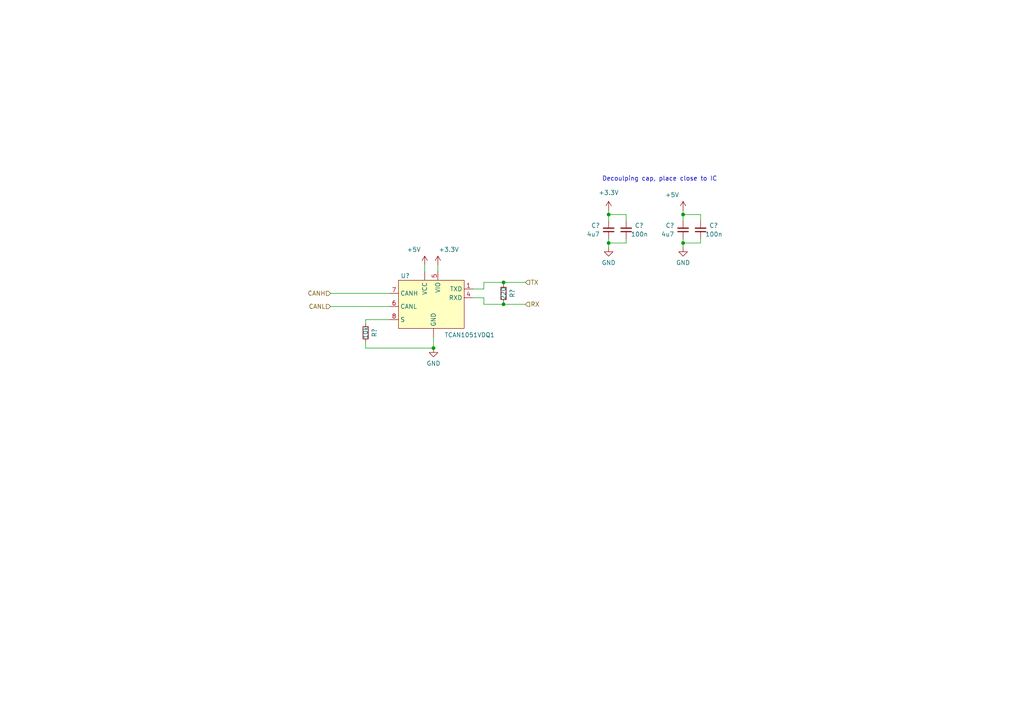
<source format=kicad_sch>
(kicad_sch (version 20231120) (generator "eeschema") (generator_version "8.0")
  (paper "A4")
  (lib_symbols
    (symbol "Device:C_Small" (pin_numbers hide) (pin_names (offset 0.254) hide)
      (property "Reference" "C" (at 0.254 1.778 0))
      (property "Value" "C_Small" (at 0.254 -2.032 0))
      (symbol "C_Small_0_1"
        (polyline (pts (xy -1.524 -0.508) (xy 1.524 -0.508)) (stroke (width 0.3302)))
        (polyline (pts (xy -1.524 0.508) (xy 1.524 0.508)) (stroke (width 0.3048)))
      )
      (symbol "C_Small_1_1"
        (pin passive line (at 0 2.54 270) (length 2.032) (name "~") (number "1"))
        (pin passive line (at 0 -2.54 90) (length 2.032) (name "~") (number "2"))
      )
    )
    (symbol "Device:R_Small" (pin_numbers hide) (pin_names (offset 0.254) hide)
      (property "Reference" "R" (at 0.762 0.508 0))
      (property "Value" "R_Small" (at 0.762 -1.016 0))
      (symbol "R_Small_0_1"
        (rectangle (start -0.762 1.778) (end 0.762 -1.778) (stroke (width 0.2032)))
      )
      (symbol "R_Small_1_1"
        (pin passive line (at 0 2.54 270) (length 0.762) (name "~") (number "1"))
        (pin passive line (at 0 -2.54 90) (length 0.762) (name "~") (number "2"))
      )
    )
    (symbol "Interface_CAN_LIN:TCAN1051HDRQ1"
      (property "Reference" "U?" (at 2.0194 5.08 0))
      (property "Value" "TCAN1051VDQ1" (at 2.0194 2.54 0))
      (symbol "TCAN1051HDRQ1_0_1"
        (rectangle (start -10.16 0) (end 8.89 -13.97) (fill (type background)))
      )
      (symbol "TCAN1051HDRQ1_1_1"
        (pin input line (at 0 -16.51 90) (length 2.54) (name "GND") (number ""))
        (pin input line (at -2.54 2.54 270) (length 2.54) (name "VCC") (number ""))
        (pin input line (at 11.43 -2.54 180) (length 2.54) (name "TXD") (number "1"))
        (pin input line (at 11.43 -5.08 180) (length 2.54) (name "RXD") (number "4"))
        (pin input line (at 1.27 2.54 270) (length 2.54) (name "VIO") (number "5"))
        (pin input line (at -12.7 -7.62 0) (length 2.54) (name "CANL") (number "6"))
        (pin input line (at -12.7 -3.81 0) (length 2.54) (name "CANH") (number "7"))
        (pin input line (at -12.7 -11.43 0) (length 2.54) (name "S") (number "8"))
      )
    )
    (symbol "power:+3.3V" (power) (pin_names (offset 0))
      (property "Value" "+3.3V" (at 0 3.556 0))
      (symbol "+3.3V_0_1"
        (polyline (pts (xy -0.762 1.27) (xy 0 2.54)))
        (polyline (pts (xy 0 0) (xy 0 2.54)))
        (polyline (pts (xy 0 2.54) (xy 0.762 1.27)))
      )
      (symbol "+3.3V_1_1"
        (pin power_in line (at 0 0 90) (length 0) hide (name "+3.3V") (number "1"))
      )
    )
    (symbol "power:+5V" (power) (pin_names (offset 0))
      (property "Value" "+5V" (at 0 3.556 0))
      (symbol "+5V_0_1"
        (polyline (pts (xy -0.762 1.27) (xy 0 2.54)))
        (polyline (pts (xy 0 0) (xy 0 2.54)))
        (polyline (pts (xy 0 2.54) (xy 0.762 1.27)))
      )
      (symbol "+5V_1_1"
        (pin power_in line (at 0 0 90) (length 0) hide (name "+5V") (number "1"))
      )
    )
    (symbol "power:GND" (power) (pin_names (offset 0))
      (property "Value" "GND" (at 0 -3.81 0))
      (symbol "GND_0_1"
        (polyline (pts (xy 0 0) (xy 0 -1.27) (xy 1.27 -1.27) (xy 0 -2.54) (xy -1.27 -1.27) (xy 0 -1.27)))
      )
      (symbol "GND_1_1"
        (pin power_in line (at 0 0 270) (length 0) hide (name "GND") (number "1"))
      )
    )
  )
  (junction (at 125.73 100.965))
  (junction (at 146.05 81.915))
  (junction (at 198.12 62.23))
  (junction (at 198.12 70.485))
  (junction (at 176.53 70.485))
  (junction (at 146.05 88.265))
  (junction (at 176.53 62.23))
  (wire (pts (xy 152.4 81.915) (xy 146.05 81.915)))
  (wire (pts (xy 176.53 70.485) (xy 181.61 70.485)))
  (wire (pts (xy 181.61 62.23) (xy 181.61 64.135)))
  (wire (pts (xy 146.05 87.63) (xy 146.05 88.265)))
  (wire (pts (xy 181.61 70.485) (xy 181.61 69.215)))
  (wire (pts (xy 198.12 70.485) (xy 198.12 69.215)))
  (wire (pts (xy 198.12 70.485) (xy 203.2 70.485)))
  (wire (pts (xy 106.045 99.06) (xy 106.045 100.965)))
  (wire (pts (xy 125.73 97.79) (xy 125.73 100.965)))
  (wire (pts (xy 95.885 88.9) (xy 113.03 88.9)))
  (wire (pts (xy 176.53 71.755) (xy 176.53 70.485)))
  (wire (pts (xy 95.885 85.09) (xy 113.03 85.09)))
  (wire (pts (xy 176.53 62.23) (xy 181.61 62.23)))
  (wire (pts (xy 106.045 92.71) (xy 106.045 93.98)))
  (wire (pts (xy 113.03 92.71) (xy 106.045 92.71)))
  (wire (pts (xy 198.12 62.23) (xy 203.2 62.23)))
  (wire (pts (xy 137.16 83.82) (xy 140.335 83.82)))
  (wire (pts (xy 140.335 81.915) (xy 146.05 81.915)))
  (wire (pts (xy 123.19 76.835) (xy 123.19 78.74)))
  (wire (pts (xy 146.05 82.55) (xy 146.05 81.915)))
  (wire (pts (xy 140.335 88.265) (xy 146.05 88.265)))
  (wire (pts (xy 198.12 71.755) (xy 198.12 70.485)))
  (wire (pts (xy 198.12 62.23) (xy 198.12 64.135)))
  (wire (pts (xy 176.53 70.485) (xy 176.53 69.215)))
  (wire (pts (xy 203.2 70.485) (xy 203.2 69.215)))
  (wire (pts (xy 146.05 88.265) (xy 152.4 88.265)))
  (wire (pts (xy 140.335 86.36) (xy 140.335 88.265)))
  (wire (pts (xy 176.53 62.23) (xy 176.53 64.135)))
  (wire (pts (xy 137.16 86.36) (xy 140.335 86.36)))
  (wire (pts (xy 176.53 60.96) (xy 176.53 62.23)))
  (wire (pts (xy 198.12 60.96) (xy 198.12 62.23)))
  (wire (pts (xy 203.2 62.23) (xy 203.2 64.135)))
  (wire (pts (xy 140.335 83.82) (xy 140.335 81.915)))
  (wire (pts (xy 127 76.835) (xy 127 78.74)))
  (wire (pts (xy 106.045 100.965) (xy 125.73 100.965)))
  (text "Decoulping cap, place close to IC" (at 174.625 52.705 0) (effects (font (size 1.27 1.27)) (justify left bottom)))
  (hierarchical_label "CANH" (shape input) (at 95.885 85.09 180))
  (hierarchical_label "TX" (shape input) (at 152.4 81.915 0))
  (hierarchical_label "RX" (shape input) (at 152.4 88.265 0))
  (hierarchical_label "CANL" (shape input) (at 95.885 88.9 180))
  (symbol (lib_id "Device:R_Small") (at 146.05 85.09 180) (unit 1)
    (property "Reference" "R?" (at 148.59 85.09 90))
    (property "Value" "220" (at 146.05 85.09 90))
    (property "Footprint" "Resistor_SMD:R_0603_1608Metric_Pad0.98x0.95mm_HandSolder" (effects (hide yes)))
  )
  (symbol (lib_id "power:+5V") (at 123.19 76.835 0) (unit 1)
    (property "Reference" "#PWR?" (effects (hide yes)))
    (property "Value" "+5V" (at 120.015 72.39 0))
  )
  (symbol (lib_id "power:GND") (at 125.73 100.965 0) (unit 1)
    (property "Reference" "#PWR?" (effects (hide yes)))
    (property "Value" "GND" (at 125.73 105.41 0))
  )
  (symbol (lib_id "Device:C_Small") (at 181.61 66.675 0) (mirror x) (unit 1)
    (property "Reference" "C?" (at 186.69 65.405 0) (effects (justify right)))
    (property "Value" "100n" (at 187.96 67.945 0) (effects (justify right)))
    (property "Footprint" "Capacitor_SMD:C_0603_1608Metric_Pad1.08x0.95mm_HandSolder" (effects (hide yes)))
  )
  (symbol (lib_id "Device:C_Small") (at 176.53 66.675 180) (unit 1)
    (property "Reference" "C?" (at 171.45 65.405 0) (effects (justify right)))
    (property "Value" "4u7" (at 170.18 67.945 0) (effects (justify right)))
    (property "Footprint" "Capacitor_SMD:C_0603_1608Metric_Pad1.08x0.95mm_HandSolder" (effects (hide yes)))
  )
  (symbol (lib_id "Device:R_Small") (at 106.045 96.52 180) (unit 1)
    (property "Reference" "R?" (at 108.585 96.52 90))
    (property "Value" "10k" (at 106.045 96.52 90))
    (property "Footprint" "Resistor_SMD:R_0603_1608Metric_Pad0.98x0.95mm_HandSolder" (effects (hide yes)))
  )
  (symbol (lib_id "power:+3.3V") (at 127 76.835 0) (unit 1)
    (property "Reference" "#PWR?" (effects (hide yes)))
    (property "Value" "+3.3V" (at 130.175 72.39 0))
  )
  (symbol (lib_id "power:+3.3V") (at 176.53 60.96 0) (unit 1)
    (property "Reference" "#PWR?" (effects (hide yes)))
    (property "Value" "+3.3V" (at 176.53 55.88 0))
  )
  (symbol (lib_id "power:GND") (at 198.12 71.755 0) (unit 1)
    (property "Reference" "#PWR?" (effects (hide yes)))
    (property "Value" "GND" (at 198.12 76.2 0))
  )
  (symbol (lib_id "Device:C_Small") (at 203.2 66.675 0) (mirror x) (unit 1)
    (property "Reference" "C?" (at 208.28 65.405 0) (effects (justify right)))
    (property "Value" "100n" (at 209.55 67.945 0) (effects (justify right)))
    (property "Footprint" "Capacitor_SMD:C_0603_1608Metric_Pad1.08x0.95mm_HandSolder" (effects (hide yes)))
  )
  (symbol (lib_id "power:GND") (at 176.53 71.755 0) (unit 1)
    (property "Reference" "#PWR?" (effects (hide yes)))
    (property "Value" "GND" (at 176.53 76.2 0))
  )
  (symbol (lib_id "Interface_CAN_LIN:TCAN1051HDRQ1") (at 125.73 81.28 0) (unit 1)
    (property "Reference" "U?" (at 116.205 80.01 0) (effects (justify left)))
    (property "Value" "TCAN1051VDQ1" (at 128.905 97.155 0) (effects (justify left)))
    (property "Footprint" "Package_SO:SOIC-8_5.275x5.275mm_P1.27mm" (effects (hide yes)))
  )
  (symbol (lib_id "power:+5V") (at 198.12 60.96 0) (unit 1)
    (property "Reference" "#PWR?" (effects (hide yes)))
    (property "Value" "+5V" (at 194.945 56.515 0))
  )
  (symbol (lib_id "Device:C_Small") (at 198.12 66.675 180) (unit 1)
    (property "Reference" "C?" (at 193.04 65.405 0) (effects (justify right)))
    (property "Value" "4u7" (at 191.77 67.945 0) (effects (justify right)))
    (property "Footprint" "Capacitor_SMD:C_0603_1608Metric_Pad1.08x0.95mm_HandSolder" (effects (hide yes)))
  )
)
</source>
